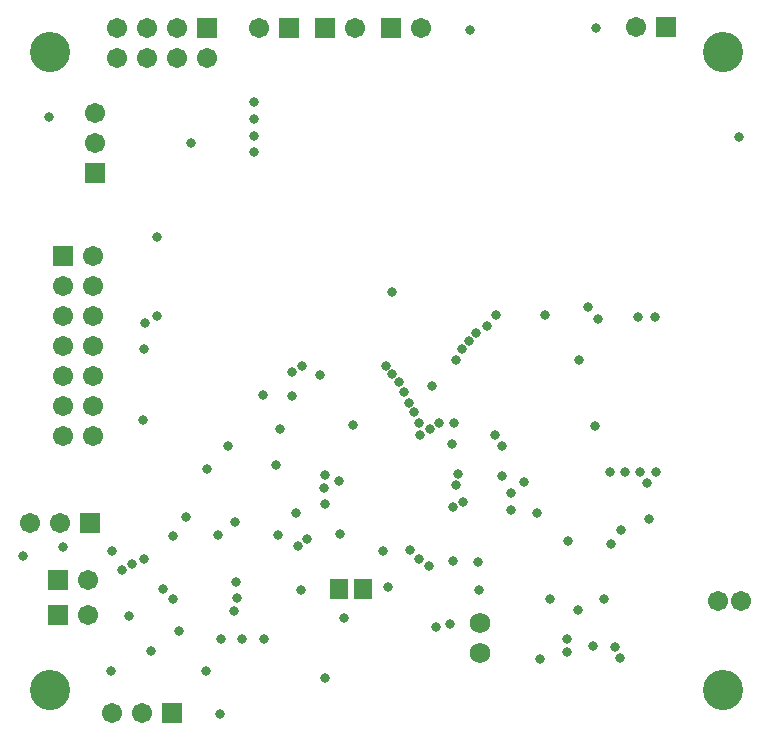
<source format=gbs>
G04*
G04 #@! TF.GenerationSoftware,Altium Limited,Altium Designer,19.0.14 (431)*
G04*
G04 Layer_Color=16711935*
%FSLAX25Y25*%
%MOIN*%
G70*
G01*
G75*
%ADD47R,0.06706X0.06706*%
%ADD48C,0.06706*%
%ADD49C,0.06800*%
%ADD50R,0.06706X0.06706*%
%ADD51C,0.03162*%
%ADD52C,0.13398*%
%ADD89R,0.06312X0.06706*%
D47*
X31102Y73425D02*
D03*
X20413Y54331D02*
D03*
Y42520D02*
D03*
X223130Y238583D02*
D03*
X109638Y238189D02*
D03*
X70000Y238347D02*
D03*
X97402D02*
D03*
X131496Y238189D02*
D03*
X58366Y9843D02*
D03*
D48*
X21102Y73425D02*
D03*
X11102D02*
D03*
X30413Y54331D02*
D03*
Y42520D02*
D03*
X213130Y238583D02*
D03*
X240453Y47146D02*
D03*
X248327D02*
D03*
X119638Y238189D02*
D03*
X70000Y228346D02*
D03*
X60000Y238347D02*
D03*
Y228346D02*
D03*
X50000Y238347D02*
D03*
Y228346D02*
D03*
X40000Y238347D02*
D03*
Y228346D02*
D03*
X87402Y238347D02*
D03*
X141496Y238189D02*
D03*
X48366Y9843D02*
D03*
X38366D02*
D03*
X32327Y102398D02*
D03*
X22327D02*
D03*
X32327Y112398D02*
D03*
X22327D02*
D03*
X32327Y122398D02*
D03*
X22327D02*
D03*
X32327Y132398D02*
D03*
X22327D02*
D03*
X32327Y142398D02*
D03*
X22327D02*
D03*
X32327Y152398D02*
D03*
X22327D02*
D03*
X32327Y162398D02*
D03*
X32677Y200000D02*
D03*
Y210000D02*
D03*
D49*
X161024Y40020D02*
D03*
Y30020D02*
D03*
D50*
X22327Y162398D02*
D03*
X32677Y190000D02*
D03*
D51*
X93012Y92716D02*
D03*
X8858Y62205D02*
D03*
X79661Y73658D02*
D03*
X202559Y48031D02*
D03*
X198819Y32283D02*
D03*
X181201Y28051D02*
D03*
X190157Y30217D02*
D03*
X77208Y98819D02*
D03*
X70276Y91339D02*
D03*
X109350Y79724D02*
D03*
X130610Y51772D02*
D03*
X60925Y37106D02*
D03*
X63287Y75295D02*
D03*
X145079Y118996D02*
D03*
X199902Y238114D02*
D03*
X247638Y201969D02*
D03*
X157776Y237500D02*
D03*
X17618Y208563D02*
D03*
X152264Y60630D02*
D03*
X74410Y9646D02*
D03*
X99902Y76476D02*
D03*
X94390Y104626D02*
D03*
X217618Y74508D02*
D03*
X58760Y69095D02*
D03*
X93898Y69193D02*
D03*
X73917Y69173D02*
D03*
X22244Y65158D02*
D03*
X107972Y122505D02*
D03*
X135728Y116831D02*
D03*
X134252Y120177D02*
D03*
X98524Y115707D02*
D03*
X88681Y115847D02*
D03*
X98524Y123524D02*
D03*
X38583Y63779D02*
D03*
X44291Y42323D02*
D03*
X51575Y30512D02*
D03*
X58861Y48034D02*
D03*
X79331Y43898D02*
D03*
X80319Y48132D02*
D03*
X190217Y34654D02*
D03*
X184606Y47835D02*
D03*
X206201Y31791D02*
D03*
X207874Y28248D02*
D03*
X193898Y44291D02*
D03*
X101575Y51083D02*
D03*
X219577Y142096D02*
D03*
X214606Y90158D02*
D03*
X216929Y86619D02*
D03*
X208228Y71063D02*
D03*
X79823Y53543D02*
D03*
X114370Y69685D02*
D03*
X146653Y38508D02*
D03*
X152165Y78642D02*
D03*
X219991Y90162D02*
D03*
X171563Y77760D02*
D03*
X175787Y87008D02*
D03*
X153937Y89764D02*
D03*
X141157Y102451D02*
D03*
X49609Y139968D02*
D03*
X53543Y142126D02*
D03*
X49117Y131306D02*
D03*
X155217D02*
D03*
X153248Y127756D02*
D03*
X166240Y102657D02*
D03*
X166535Y142520D02*
D03*
X109350Y89370D02*
D03*
X109252Y84941D02*
D03*
X140748Y106685D02*
D03*
X147638Y106693D02*
D03*
X160630Y60335D02*
D03*
X213720Y142067D02*
D03*
X200394Y141339D02*
D03*
X182677Y142520D02*
D03*
X103543Y67803D02*
D03*
X100394Y65455D02*
D03*
X155512Y80315D02*
D03*
X152362Y106685D02*
D03*
X144488Y104724D02*
D03*
X139264Y110236D02*
D03*
X137402Y113386D02*
D03*
X131890Y122835D02*
D03*
X64961Y200000D02*
D03*
X53543Y168504D02*
D03*
X48819Y107658D02*
D03*
X131890Y150394D02*
D03*
X101870Y125591D02*
D03*
X129823D02*
D03*
X85827Y196850D02*
D03*
Y202362D02*
D03*
Y207874D02*
D03*
Y213484D02*
D03*
X151969Y99606D02*
D03*
X118996Y105807D02*
D03*
X163386Y139075D02*
D03*
X159744Y136713D02*
D03*
X197244Y145276D02*
D03*
X157480Y134055D02*
D03*
X168504Y98819D02*
D03*
X55512Y51181D02*
D03*
X144193Y59055D02*
D03*
X140945Y61319D02*
D03*
X137795Y64102D02*
D03*
X45276Y59581D02*
D03*
X49213Y61417D02*
D03*
X41732Y57480D02*
D03*
X128740Y64075D02*
D03*
X171563Y83161D02*
D03*
X194252Y127559D02*
D03*
X168504Y88969D02*
D03*
X180276Y76575D02*
D03*
X153150Y85827D02*
D03*
X114173Y87402D02*
D03*
X204606Y90158D02*
D03*
X199606Y105512D02*
D03*
X209606Y90158D02*
D03*
X190512Y67126D02*
D03*
X204685Y66339D02*
D03*
X69809Y24024D02*
D03*
X38181D02*
D03*
X109638Y21654D02*
D03*
X115839Y41642D02*
D03*
X151272Y39673D02*
D03*
X74894Y34555D02*
D03*
X89067D02*
D03*
X81980D02*
D03*
X160728Y50787D02*
D03*
D52*
X17717Y17717D02*
D03*
Y230315D02*
D03*
X242126D02*
D03*
Y17717D02*
D03*
D89*
X122146Y51279D02*
D03*
X114272D02*
D03*
M02*

</source>
